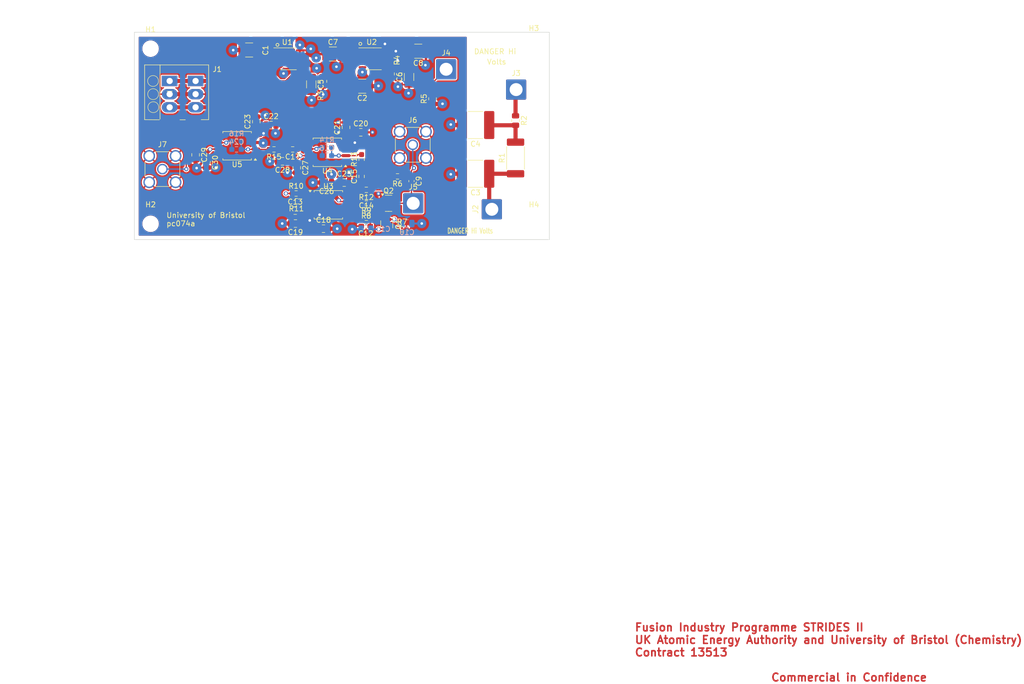
<source format=kicad_pcb>
(kicad_pcb (version 20240108) (generator "pcbnew") (generator_version "8.0")
  (title_block (title "Fusion Industry Programme STRIDES II, UoB & IAC, Cremat CSA") (rev "1"))
  (layers (0 "F.Cu" signal) (1 "In1.Cu" signal) (2 "In2.Cu" signal) (31 "B.Cu" signal) (34 "B.Paste" user) (35 "F.Paste" user) (36 "B.SilkS" user "B.Silkscreen") (37 "F.SilkS" user "F.Silkscreen") (38 "B.Mask" user) (39 "F.Mask" user) (44 "Edge.Cuts" user))
  (net 0 "")
  (net 1 "/+9V")
  (net 2 "GND")
  (net 3 "Net-(U1-SET)")
  (net 4 "/+6V")
  (net 5 "Net-(U2-SET)")
  (net 6 "/-6V")
  (net 7 "/-9V")
  (net 8 "Net-(U4--)")
  (net 12 "/qin")
  (net 13 "Net-(C12-Pad1)")
  (net 14 "/CSA Core/vmid")
  (net 15 "/CSA Core/vfb")
  (net 16 "Net-(C15-Pad2)")
  (net 17 "Net-(C16-Pad2)")
  (net 18 "Net-(C17-Pad2)")
  (net 19 "Net-(U5--)")
  (net 20 "/vout")
  (net 21 "/CSA Core/vfet")
  (net 22 "/CSA Core/mirror_base")
  (net 23 "/bias_in")
  (net 24 "/CSA Core/vbuf")
  (net 31 "Net-(J6-In)")
  (net 35 "Net-(J4-Pin_1)")
  (net 36 "/detector_bias")
  (net 37 "/bias_filt")
  (footprint "Capacitor_SMD:C_0805_2012Metric" (layer "F.Cu") (at 107.5 72.25 90)
    (property "Reference" "C23")
    (property "Value" "10uF")
  )
  (footprint "UoB Cremat Library:TerminalBlock_WAGO_233-503_1x03_P2.54mm_45Degree" (layer "F.Cu") (at 90.8 64.4 -90)
    (property "Reference" "J1")
    (property "Value" "Wago 233-503")
  )
  (footprint "Capacitor_SMD:C_1210_3225Metric" (layer "F.Cu") (at 122.275 59.2)
    (property "Reference" "C7")
    (property "Value" "10uF   C1210C106K3PACTU")
  )
  (footprint "Resistor_SMD:R_0805_2012Metric" (layer "F.Cu") (at 134.85 63.0375 90)
    (property "Reference" "R4")
    (property "Value" "60k")
  )
  (footprint "Capacitor_SMD:C_0805_2012Metric" (layer "F.Cu") (at 115 89.4)
    (property "Reference" "C13")
    (property "Value" "0.1uF")
  )
  (footprint "MountingHole:MountingHole_2.7mm_M2.5" (layer "F.Cu") (at 87.122 91.948)
    (property "Reference" "H2")
    (property "Value" "MountingHole")
  )
  (footprint "Package_SO:MSOP-12-1EP_3x4mm_P0.65mm_EP1.65x2.85mm" (layer "F.Cu") (at 130.1206 60.1206)
    (property "Reference" "U2")
    (property "Value" "LT3094EDD")
  )
  (footprint "Resistor_SMD:R_0603_1608Metric" (layer "F.Cu") (at 115.175 86.1)
    (property "Reference" "R10")
    (property "Value" "1k")
  )
  (footprint "Resistor_SMD:R_0603_1608Metric" (layer "F.Cu") (at 135.625 93)
    (property "Reference" "R7")
    (property "Value" "560")
  )
  (footprint "Resistor_SMD:R_0603_1608Metric_Pad0.98x0.95mm_HandSolder" (layer "F.Cu") (at 110.9125 77.6 180)
    (property "Reference" "R15")
    (property "Value" "510")
  )
  (footprint "Capacitor_SMD:C_0805_2012Metric" (layer "F.Cu") (at 112.55 79.9 180)
    (property "Reference" "C28")
    (property "Value" "10uF")
  )
  (footprint "Connector_Wire:SolderWire-2sqmm_1x01_D2mm_OD3.9mm" (layer "F.Cu") (at 152.908 89.154 90)
    (property "Reference" "J2")
    (property "Value" "Conn_01x01_Pin")
  )
  (footprint "Capacitor_SMD:C_0805_2012Metric" (layer "F.Cu") (at 127.65 74.3)
    (property "Reference" "C20")
    (property "Value" "0.1uF")
  )
  (footprint "Capacitor_SMD:C_1206_3216Metric" (layer "F.Cu") (at 136.95 63.625 90)
    (property "Reference" "C6")
    (property "Value" "4.7uF ")
  )
  (footprint "Capacitor_SMD:C_0603_1608Metric_Pad1.08x0.95mm_HandSolder" (layer "F.Cu") (at 137.414 83.7195 -90)
    (property "Reference" "C9")
    (property "Value" "1pF	")
  )
  (footprint "Resistor_SMD:R_0603_1608Metric_Pad0.98x0.95mm_HandSolder" (layer "F.Cu") (at 127.8 79.5125 90)
    (property "Reference" "R13")
    (property "Value" "510")
  )
  (footprint "Resistor_SMD:R_0805_2012Metric" (layer "F.Cu") (at 120.35 64.4625 -90)
    (property "Reference" "R3")
    (property "Value" "60k")
  )
  (footprint "Connector_Wire:SolderWire-2sqmm_1x01_D2mm_OD3.9mm" (layer "F.Cu") (at 144.1 62.14)
    (property "Reference" "J4")
    (property "Value" "Conn_01x01_Pin")
  )
  (footprint "Package_TO_SOT_SMD:SOT-363_SC-70-6" (layer "F.Cu") (at 132.65 92.05 -90)
    (property "Reference" "Q1")
    (property "Value" "MMDT3906")
  )
  (footprint "Capacitor_SMD:C_1206_3216Metric" (layer "F.Cu") (at 118.1 65.05 -90)
    (property "Reference" "C5")
    (property "Value" "0.47uF ")
  )
  (footprint "Resistor_SMD:R_0805_2012Metric_Pad1.20x1.40mm_HandSolder" (layer "F.Cu") (at 141.478 67.834 90)
    (property "Reference" "R5")
    (property "Value" "10k")
  )
  (footprint "Capacitor_SMD:C_2220_5750Metric_Pad1.97x5.40mm_HandSolder" (layer "F.Cu") (at 149.7625 72.898 180)
    (property "Reference" "C4")
    (property "Value" "0.01uF  C2220C103KHRACTU")
  )
  (footprint "Resistor_SMD:R_0603_1608Metric_Pad0.98x0.95mm_HandSolder" (layer "F.Cu") (at 134.7235 82.804 180)
    (property "Reference" "R6")
    (property "Value" "51R")
  )
  (footprint "Capacitor_SMD:C_0805_2012Metric" (layer "F.Cu") (at 95.8 78.65 -90)
    (property "Reference" "C29")
    (property "Value" "0.1uF")
  )
  (footprint "Capacitor_SMD:C_1210_3225Metric" (layer "F.Cu") (at 138.725 58.65 180)
    (property "Reference" "C8")
    (property "Value" "10uF   C1210C106K3PACTU")
  )
  (footprint "Resistor_SMD:R_0603_1608Metric_Pad0.98x0.95mm_HandSolder" (layer "F.Cu") (at 127.8 82.8125 90)
    (property "Reference" "C15")
    (property "Value" "1n")
  )
  (footprint "Package_SO:SOIC-8_5.275x5.275mm_P1.27mm" (layer "F.Cu") (at 121.2 78.165 180)
    (property "Reference" "U4")
    (property "Value" "OPA891")
  )
  (footprint "Package_SO:SOIC-8_5.275x5.275mm_P1.27mm" (layer "F.Cu") (at 103.8 76.905 180)
    (property "Reference" "U5")
    (property "Value" "OPA891")
  )
  (footprint "Connector_Wire:SolderWire-2sqmm_1x01_D2mm_OD3.9mm" (layer "F.Cu") (at 137.75 88)
    (property "Reference" "J5")
    (property "Value" "Conn_01x01_Pin")
  )
  (footprint "Capacitor_SMD:C_1210_3225Metric" (layer "F.Cu") (at 127.925 65.4 180)
    (property "Reference" "C2")
    (property "Value" "10uF   C1210C106K3PACTU")
  )
  (footprint "Capacitor_SMD:C_0805_2012Metric" (layer "F.Cu") (at 97.9 80.15 -90)
    (property "Reference" "C30")
    (property "Value" "10uF")
  )
  (footprint "Capacitor_SMD:C_2220_5750Metric_Pad1.97x5.40mm_HandSolder" (layer "F.Cu") (at 149.7625 82.296 180)
    (property "Reference" "C3")
    (property "Value" "0.01uF  C2220C103KHRACTU")
  )
  (footprint "MountingHole:MountingHole_2.7mm_M2.5" (layer "F.Cu") (at 161.0106 57.9374)
    (property "Reference" "H3")
    (property "Value" "MountingHole")
  )
  (footprint "Connector_Coaxial:SMA_Amphenol_901-144_Vertical" (layer "F.Cu") (at 137.668 76.708)
    (property "Reference" "J6")
    (property "Value" "SMA")
  )
  (footprint "Resistor_SMD:R_0603_1608Metric" (layer "F.Cu") (at 115.225 87.6 180)
    (property "Reference" "R11")
    (property "Value" "1k")
  )
  (footprint "Capacitor_SMD:C_0805_2012Metric" (layer "F.Cu") (at 115.05 91.9 180)
    (property "Reference" "C19")
    (property "Value" "10uF")
  )
  (footprint "Connector_Wire:SolderWire-2sqmm_1x01_D2mm_OD3.9mm" (layer "F.Cu") (at 157.59 66.06)
    (property "Reference" "J3")
    (property "Value" "Conn_01x01_Pin")
  )
  (footprint "Capacitor_SMD:C_0603_1608Metric_Pad1.08x0.95mm_HandSolder" (layer "F.Cu") (at 128.6 92.4 180)
    (property "Reference" "C12")
    (property "Value" "1nF")
  )
  (footprint "Resistor_SMD:R_0805_2012Metric" (layer "F.Cu") (at 157.48 72.0325 -90)
    (property "Reference" "R2")
    (property "Value" "10M  RCV080510M0FKEA")
  )
  (footprint "Resistor_SMD:R_0603_1608Metric_Pad0.98x0.95mm_HandSolder" (layer "F.Cu") (at 114.5125 77.6 180)
    (property "Reference" "C17")
    (property "Value" "1n")
  )
  (footprint "Capacitor_SMD:C_0805_2012Metric" (layer "F.Cu") (at 124.45 84)
    (property "Reference" "C25")
    (property "Value" "0.1uF")
  )
  (footprint "Capacitor_SMD:C_0805_2012Metric" (layer "F.Cu") (at 110.35 72.9)
    (property "Reference" "C22")
    (property "Value" "0.1uF")
  )
  (footprint "Package_SO:SOIC-8_5.275x5.275mm_P1.27mm" (layer "F.Cu") (at 121.4 88.295)
    (property "Reference" "U3")
    (property "Value" "OPA891")
  )
  (footprint "Package_SO:MSOP-12-1EP_3x4mm_P0.65mm_EP1.65x2.85mm" (layer "F.Cu") (at 113.7376 60.1206)
    (property "Reference" "U1")
    (property "Value" "LT3045EDD")
  )
  (footprint "Resistor_SMD:R_0603_1608Metric_Pad0.98x0.95mm_HandSolder" (layer "F.Cu") (at 128.7125 85.4 180)
    (property "Reference" "R12")
    (property "Value" "2.2M")
  )
  (footprint "Resistor_SMD:R_2512_6332Metric_Pad1.40x3.35mm_HandSolder" (layer "F.Cu") (at 157.48 79.25 90)
    (property "Reference" "R1")
    (property "Value" "200M   CRHA2510AF200MFKEF")
  )
  (footprint "Capacitor_SMD:C_0805_2012Metric" (layer "F.Cu") (at 120.45 92.9)
    (property "Reference" "C18")
    (property "Value" "0.1uF")
  )
  (footprint "Resistor_SMD:R_0603_1608Metric_Pad0.98x0.95mm_HandSolder" (layer "F.Cu") (at 128.6875 89 180)
    (property "Reference" "R8")
    (property "Value" "100")
  )
  (footprint "MountingHole:MountingHole_2.7mm_M2.5" (layer "F.Cu") (at 161.036 91.948)
    (property "Reference" "H4")
    (property "Value" "MountingHole")
  )
  (footprint "MountingHole:MountingHole_2.7mm_M2.5" (layer "F.Cu") (at 87.122 58.166)
    (property "Reference" "H1")
    (property "Value" "MountingHole")
  )
  (footprint "Capacitor_SMD:C_0805_2012Metric" (layer "F.Cu") (at 121.05 84 180)
    (property "Reference" "C26")
    (property "Value" "10uF")
  )
  (footprint "Package_TO_SOT_SMD:SOT-23" (layer "F.Cu") (at 133 88)
    (property "Reference" "Q2")
    (property "Value" "2SK932")
  )
  (footprint "Connector_Coaxial:SMA_Amphenol_901-144_Vertical" (layer "F.Cu") (at 89.4 81.4)
    (property "Reference" "J7")
    (property "Value" "SMA")
  )
  (footprint "Capacitor_SMD:C_0805_2012Metric" (layer "F.Cu") (at 124.8 73.35 90)
    (property "Reference" "C21")
    (property "Value" "10uF")
  )
  (footprint "Capacitor_SMD:C_1210_3225Metric" (layer "F.Cu") (at 106.123 58.42 180)
    (property "Reference" "C1")
    (property "Value" "10uF   C1210C106K3PACTU")
  )
  (footprint "Resistor_SMD:R_0603_1608Metric_Pad0.98x0.95mm_HandSolder" (layer "F.Cu") (at 128.7125 87 180)
    (property "Reference" "C14")
    (property "Value" "10p")
  )
  (footprint "Resistor_SMD:R_0603_1608Metric_Pad0.98x0.95mm_HandSolder" (layer "F.Cu") (at 128.7125 90.8)
    (property "Reference" "R9")
    (property "Value" "100")
  )
  (footprint "Capacitor_SMD:C_0805_2012Metric" (layer "F.Cu") (at 115.3 81.15 -90)
    (property "Reference" "C27")
    (property "Value" "0.1uF")
  )
  (footprint "Resistor_SMD:R_0603_1608Metric_Pad0.98x0.95mm_HandSolder" (layer "B.Cu") (at 121.1125 78.8 180)
    (property "Reference" "C16")
    (property "Value" "50p")
  )
  (footprint "Resistor_SMD:R_0603_1608Metric_Pad0.98x0.95mm_HandSolder" (layer "B.Cu") (at 121.1125 77.2 180)
    (property "Reference" "R14")
    (property "Value" "10k")
  )
  (footprint "Resistor_SMD:R_0603_1608Metric_Pad0.98x0.95mm_HandSolder" (layer "B.Cu") (at 103.6875 76 180)
    (property "Reference" "R16")
    (property "Value" "10k")
  )
  (footprint "Capacitor_SMD:C_0805_2012Metric" (layer "B.Cu") (at 136.55 91.9)
    (property "Reference" "C10")
    (property "Value" "0.1uF")
  )
  (footprint "Capacitor_SMD:C_0805_2012Metric" (layer "B.Cu") (at 128.65 93 180)
    (property "Reference" "C11")
    (property "Value" "10uF")
  )
  (footprint "Resistor_SMD:R_0603_1608Metric_Pad0.98x0.95mm_HandSolder" (layer "B.Cu") (at 103.6875 77.6 180)
    (property "Reference" "C24")
    (property "Value" "50p")
  )
  (gr_circle (center 127.5588 57.2262) (end 127.8382 57.2262) (stroke (width 0.15)) (fill none) (layer "F.SilkS"))
  (gr_circle (center 111.5822 57.4294) (end 111.8616 57.4294) (stroke (width 0.15)) (fill none) (layer "F.SilkS"))
  (gr_rect (start 84 55) (end 164 95) (stroke (width 0.1)) (fill none) (layer "Edge.Cuts"))
  (gr_text "Fusion Industry Programme STRIDES II\nUK Atomic Energy Authority and University of Bristol (Chemistry)\nContract 13513\n\n                       Commercial in Confidence" (at 180.34 180.34 0) (layer "F.Cu") (effects (font (size 1.5 1.5) (thickness 0.3) (bold yes)) (justify left bottom)))
  (gr_text "DANGER Hi Volts" (at 144.2466 93.9038 0) (layer "F.SilkS") (effects (font (size 1 0.7)) (justify left bottom)))
  (gr_text "University of Bristol\npc074a" (at 90.1 92.5 0) (layer "F.SilkS") (effects (font (size 1 1)) (justify left bottom)))
  (gr_text "DANGER Hi" (at 149.4 59.3 0) (layer "F.SilkS") (effects (font (size 1 1)) (justify left bottom)))
  (gr_text "Volts" (at 151.9 61.3 0) (layer "F.SilkS") (effects (font (size 1 1)) (justify left bottom)))
  (segment (start 108.8684 59.7956) (end 107.5436 58.4708) (width 0.4) (layer "F.Cu") (net 1))
  (segment (start 111.5628 58.4708) (end 111.5876 58.4956) (width 0.4) (layer "F.Cu") (net 1))
  (segment (start 108.2184 59.1456) (end 107.5436 58.4708) (width 0.4) (layer "F.Cu") (net 1))
  (segment (start 109.5184 60.4456) (end 109.855 60.7822) (width 0.4) (layer "F.Cu") (net 1))
  (segment (start 109.855 62.3316) (end 110.0328 62.5094) (width 0.4) (layer "F.Cu") (net 1))
  (segment (start 110.0328 62.5094) (end 111.9734 64.45) (width 0.4) (layer "F.Cu") (net 1))
  (segment (start 110.0328 60.96) (end 107.5436 58.4708) (width 0.8) (layer "F.Cu") (net 1))
  (segment (start 109.855 60.7822) (end 109.855 62.3316) (width 0.4) (layer "F.Cu") (net 1))
  (segment (start 95.8 64.4) (end 108.1422 64.4) (width 0.8) (layer "F.Cu") (net 1))
  (segment (start 109.5184 60.4456) (end 108.8684 59.7956) (width 0.4) (layer "F.Cu") (net 1))
  (segment (start 110.0328 62.5094) (end 110.0328 60.96) (width 0.8) (layer "F.Cu") (net 1))
  (segment (start 111.9734 64.45) (end 113.1832 64.45) (width 0.4) (layer "F.Cu") (net 1))
  (segment (start 90.8 64.4) (end 95.8 64.4) (width 0.8) (layer "F.Cu") (net 1))
  (segment (start 108.1422 64.4) (end 110.0328 62.5094) (width 0.8) (layer "F.Cu") (net 1))
  (segment (start 113.1832 64.45) (end 115.8876 61.7456) (width 0.4) (layer "F.Cu") (net 1))
  (segment (start 140.2 61.25) (end 140.1 61.35) (width 0.4) (layer "F.Cu") (net 2))
  (segment (start 141.478 68.834) (end 143.366 68.834) (width 0.8) (layer "F.Cu") (net 2))
  (segment (start 121.4 92.9) (end 123.1 92.9) (width 0.8) (layer "F.Cu") (net 2))
  (segment (start 134.85 65.45) (end 134.8 65.5) (width 0.4) (layer "F.Cu") (net 2))
  (segment (start 130.1206 62.0486) (end 130.683 62.611) (width 0.4) (layer "F.Cu") (net 2))
  (segment (start 140.2 58.65) (end 140.2 61.25) (width 0.4) (layer "F.Cu") (net 2))
  (segment (start 108.9 71.3) (end 109.2 71) (width 0.4) (layer "F.Cu") (net 2))
  (segment (start 145.098 72.898) (end 145 72.8) (width 0.8) (layer "F.Cu") (net 2))
  (segment (start 131 65.4) (end 131.05 65.35) (width 0.8) (layer "F.Cu") (net 2))
  (segment (start 95.8 66.94) (end 90.8 66.94) (width 0.8) (layer "F.Cu") (net 2))
  (segment (start 107.5 71.3) (end 108.9 71.3) (width 0.4) (layer "F.Cu") (net 2))
  (segment (start 115.3 82.1) (end 113.5 82.1) (width 0.4) (layer "F.Cu") (net 2))
  (segment (start 112.298996 61.7456) (end 113.7376 60.306996) (width 0.3) (layer "F.Cu") (net 2))
  (segment (start 131.95 87.05) (end 131.05 86.15) (width 0.4) (layer "F.Cu") (net 2))
  (segment (start 127.9706 62.6644) (end 127.95 62.685) (width 0.4) (layer "F.Cu") (net 2))
  (segment (start 111.5876 61.7456) (end 111.5876 61.7876) (width 0.4) (layer "F.Cu") (net 2))
  (segment (start 132.0625 87.05) (end 131.95 87.05) (width 0.4) (layer "F.Cu") (net 2))
  (segment (start 128.6 74.3) (end 129.9 74.3) (width 0.4) (layer "F.Cu") (net 2))
  (segment (start 132.2706 60.4456) (end 130.4456 60.4456) (width 0.3) (layer "F.Cu") (net 2))
  (segment (start 124.8 72.4) (end 123.3 72.4) (width 0.4) (layer "F.Cu") (net 2))
  (segment (start 120.35 65.375) (end 120.35 66.95) (width 0.4) (layer "F.Cu") (net 2))
  (segment (start 104.648 58.42) (end 103.08 58.42) (width 0.8) (layer "F.Cu") (net 2))
  (segment (start 95.8 79.6) (end 95.8 81) (width 0.8) (layer "F.Cu") (net 2))
  (segment (start 130.1206 60.1206) (end 130.1206 62.0486) (width 0.4) (layer "F.Cu") (net 2))
  (segment (start 113.7376 60.377707) (end 113.7376 60.1206) (width 0.4) (layer "F.Cu") (net 2))
  (segment (start 117.630593 60.4456) (end 119.133261 61.948268) (width 0.4) (layer "F.Cu") (net 2))
  (segment (start 147.125 72.898) (end 145.098 72.898) (width 0.8) (layer "F.Cu") (net 2))
  (segment (start 115.8876 60.4456) (end 117.630593 60.4456) (width 0.4) (layer "F.Cu") (net 2))
  (segment (start 118.1 66.525) (end 118.1 68.05) (width 0.4) (layer "F.Cu") (net 2))
  (segment (start 127.9706 61.7456) (end 127.9706 62.6644) (width 0.4) (layer "F.Cu") (net 2))
  (segment (start 114.0626 60.4456) (end 113.7376 60.1206) (width 0.3) (layer "F.Cu") (net 2))
  (segment (start 125.4 84) (end 125.4 82.1) (width 0.8) (layer "F.Cu") (net 2))
  (segment (start 111.6 79.9) (end 110.1 79.9) (width 0.4) (layer "F.Cu") (net 2))
  (segment (start 111.3 72.9) (end 111.3 74.4) (width 0.4) (layer "F.Cu") (net 2))
  (segment (start 113.7376 60.306996) (end 113.7376 60.1206) (width 0.3) (layer "F.Cu") (net 2))
  (segment (start 136.95 66.65) (end 136.85 66.75) (width 0.4) (layer "F.Cu") (net 2))
  (segment (start 111.5876 61.7456) (end 112.298996 61.7456) (width 0.3) (layer "F.Cu") (net 2))
  (segment (start 103.08 58.42) (end 103.05 58.45) (width 0.8) (layer "F.Cu") (net 2))
  (segment (start 115.8876 60.4456) (end 114.0626 60.4456) (width 0.3) (layer "F.Cu") (net 2))
  (segment (start 130.4456 60.4456) (end 130.1206 60.1206) (width 0.3) (layer "F.Cu") (net 2))
  (segment (start 134.85 63.95) (end 134.85 65.45) (width 0.4) (layer "F.Cu") (net 2))
  (segment (start 136.95 65.1) (end 136.95 66.65) (width 0.4) (layer "F.Cu") (net 2))
  (segment (start 107.4 76.27) (end 108.733651 76.27) (width 0.4) (layer "F.Cu") (net 2))
  (segment (start 120.35 66.95) (end 120.4 67) (width 0.4) (layer "F.Cu") (net 2))
  (segment (start 111.3 74.4) (end 111.2 74.5) (width 0.4) (layer "F.Cu") (net 2))
  (segment (start 123.75 60.85) (end 122.95 61.65) (width 0.4) (layer "F.Cu") (net 2))
  (segment (start 143.366 68.834) (end 143.4 68.8) (width 0.8) (layer "F.Cu") (net 2))
  (segment (start 114.1 91.9) (end 112.5 91.9) (width 0.8) (layer "F.Cu") (net 2))
  (segment (start 120.1 84) (end 118.4 84) (width 0.8) (layer "F.Cu") (net 2))
  (segment (start 118.1 68.05) (end 118.15 68.1) (width 0.4) (layer "F.Cu") (net 2))
  (segment (start 147.125 82.296) (end 145.104 82.296) (width 0.8) (layer "F.Cu") (net 2))
  (segment (start 95.8 81) (end 96 81.2) (width 0.8) (layer "F.Cu") (net 2))
  (segment (start 145.104 82.296) (end 145 82.4) (width 0.8) (layer "F.Cu") (net 2))
  (segment (start 123.75 59.2) (end 123.75 60.85) (width 0.4) (layer "F.Cu") (net 2))
  (segment (start 108.733651 76.27) (end 108.838651 76.375) (width 0.4) (layer "F.Cu") (net 2))
  (segment (start 111.5876 61.7876) (end 112.75 62.95) (width 0.4) (layer "F.Cu") (net 2))
  (segment (start 97.9 81.1) (end 99.7 81.1) (width 0.8) (layer "F.Cu") (net 2))
  (segment (start 129.4 65.4) (end 131 65.4) (width 0.8) (layer "F.Cu") (net 2))
  (via (at 108.838651 76.375) (size 1.8) (drill 0.5) (layers "F.Cu" "B.Cu") (net 2))
  (via (at 140.1 61.35) (size 1.8) (drill 0.5) (layers "F.Cu" "B.Cu") (net 2))
  (via (at 145 72.8) (size 1.8) (drill 0.5) (layers "F.Cu" "B.Cu") (net 2))
  (via (at 134.8 65.5) (size 1.8) (drill 0.5) (layers "F.Cu" "B.Cu") (net 2))
  (via (at 131.05 86.15) (size 0.8) (drill 0.4) (layers "F.Cu" "B.Cu") (net 2))
  (via (at 113.5 82.1) (size 1.8) (drill 0.5) (layers "F.Cu" "B.Cu") (net 2))
  (via (at 112.5 91.9) (size 1.8) (drill 0.5) (layers "F.Cu" "B.Cu") (net 2))
  (via (at 112.75 62.95) (size 1.8) (drill 0.5) (layers "F.Cu" "B.Cu") (net 2))
  (via (at 120.4 67) (size 1.8) (drill 0.5) (layers "F.Cu" "B.Cu") (net 2))
  (via (at 123.3 72.4) (size 0.8) (drill 0.4) (layers "F.Cu" "B.Cu") (net 2))
  (via (at 123.1 92.9) (size 1.8) (drill 0.5) (layers "F.Cu" "B.Cu") (net 2))
  (via (at 99.7 81.1) (size 1.8) (drill 0.5) (layers "F.Cu" "B.Cu") (net 2))
  (via (at 110.1 79.9) (size 1.8) (drill 0.5) (layers "F.Cu" "B.Cu") (net 2))
  (via (at 136.85 66.75) (size 1.8) (drill 0.5) (layers "F.Cu" "B.Cu") (net 2))
  (via (at 118.15 68.1) (size 1.8) (drill 0.5) (layers "F.Cu" "B.Cu") (net 2))
  (via (at 143.4 68.8) (size 1.8) (drill 0.5) (layers "F.Cu" "B.Cu") (net 2))
  (via (at 126 93) (size 1.8) (drill 0.5) (layers "F.Cu" "B.Cu") (net 2))
  (via (at 145 82.4) (size 1.8) (drill 0.5) (layers "F.Cu" "B.Cu") (net 2))
  (via (at 125.4 82.1) (size 1.8) (drill 0.5) (layers "F.Cu" "B.Cu") (net 2))
  (via (at 131.05 65.35) (size 1.8) (drill 0.5) (layers "F.Cu" "B.Cu") (net 2))
  (via (at 111.2 74.5) (size 1.8) (drill 0.5) (layers "F.Cu" "B.Cu") (net 2))
  (via (at 118.4 84) (size 1.8) (drill 0.5) (layers "F.Cu" "B.Cu") (net 2))
  (via (at 103.05 58.45) (size 1.8) (drill 0.5) (layers "F.Cu" "B.Cu") (net 2))
  (via (at 129.9 74.3) (size 0.8) (drill 0.4) (layers "F.Cu" "B.Cu") (net 2))
  (via (at 127.95 62.685) (size 1.8) (drill 0.5) (layers "F.Cu" "B.Cu") (net 2))
  (via (at 122.95 61.65) (size 1.8) (drill 0.5) (layers "F.Cu" "B.Cu") (net 2))
  (via (at 139.4 91.9) (size 1.8) (drill 0.5) (layers "F.Cu" "B.Cu") (net 2))
  (via (at 119.133261 61.948268) (size 1.8) (drill 0.5) (layers "F.Cu" "B.Cu") (net 2))
  (via (at 109.2 71) (size 1.8) (drill 0.5) (layers "F.Cu" "B.Cu") (net 2))
  (via (at 96 81.2) (size 1.8) (drill 0.5) (layers "F.Cu" "B.Cu") (net 2))
  (segment (start 137.5 91.9) (end 139.4 91.9) (width 0.4) (layer "B.Cu") (net 2))
  (segment (start 127.7 93) (end 126 93) (width 0.4) (layer "B.Cu") (net 2))
  (segment (start 117.525 61.948122) (end 117.525 63) (width 0.4) (layer "F.Cu") (net 3))
  (segment (start 120.325 63.575) (end 120.35 63.55) (width 0.4) (layer "F.Cu") (net 3))
  (segment (start 117.525 63) (end 118.1 63.575) (width 0.4) (layer "F.Cu") (net 3))
  (segment (start 116.672478 61.0956) (end 117.525 61.948122) (width 0.4) (layer "F.Cu") (net 3))
  (segment (start 118.1 63.575) (end 120.325 63.575) (width 0.4) (layer "F.Cu") (net 3))
  (segment (start 115.8876 61.0956) (end 116.672478 61.0956) (width 0.4) (layer "F.Cu") (net 3))
  (segment (start 123.5 84) (end 122 84) (width 0.8) (layer "F.Cu") (net 4))
  (segment (start 122.9 85.9) (end 122.9 86.9174) (width 0.8) (layer "F.Cu") (net 4))
  (segment (start 97.3 77.7) (end 97.9 78.3) (width 0.8) (layer "F.Cu") (net 4))
  (segment (start 122 84) (end 122 82.4) (width 0.8) (layer "F.Cu") (net 4))
  (segment (start 115.8876 57.4624) (end 115.9 57.45) (width 0.4) (layer "F.Cu") (net 4))
  (segment (start 132 93) (end 131.1 93) (width 0.3) (layer "F.Cu") (net 4))
  (segment (start 115 79.9) (end 115.3 80.2) (width 0.4) (layer "F.Cu") (net 4))
  (segment (start 98.66 77.54) (end 98.6 77.6) (width 0.3) (layer "F.Cu") (net 4))
  (segment (start 119.05 59.95) (end 118.8956 59.7956) (width 0.4) (layer "F.Cu") (net 4))
  (segment (start 117.6 78.8) (end 116 78.8) (width 0.3) (layer "F.Cu") (net 4))
  (segment (start 115.3 79.5) (end 116 78.8) (width 0.4) (layer "F.Cu") (net 4))
  (segment (start 95.8 77.7) (end 97.3 77.7) (width 0.8) (layer "F.Cu") (net 4))
  (segment (start 100.2 77.54) (end 98.66 77.54) (width 0.3) (layer "F.Cu") (net 4))
  (segment (start 123.5 84) (end 123.5 85.3) (width 0.8) (layer "F.Cu") (net 4))
  (segment (start 114.35 86.1) (end 113.2 86.1) (width 0.3) (layer "F.Cu") (net 4))
  (segment (start 123.6426 87.66) (end 123.4 87.4174) (width 0.3) (layer "F.Cu") (net 4))
  (segment (start 122.9 86.9174) (end 123.4 87.4174) (width 0.8) (layer "F.Cu") (net 4))
  (segment (start 115.3 80.2) (end 115.3 79.5) (width 0.4) (layer "F.Cu") (net 4))
  (segment (start 97.9 78.3) (end 98.6 77.6) (width 0.8) (layer "F.Cu") (net 4))
  (segment (start 97.9 79.2) (end 97.9 78.3) (width 0.8) (layer "F.Cu") (net 4))
  (segment (start 125 87.66) (end 123.6426 87.66) (width 0.3) (layer "F.Cu") (net 4))
  (segment (start 133.3 91.1) (end 134.1 91.1) (width 0.3) (layer "F.Cu") (net 4))
  (segment (start 115.8876 58.4956) (end 115.8876 57.4624) (width 0.4) (layer "F.Cu") (net 4))
  (segment (start 113.5 79.9) (end 115 79.9) (width 0.4) (layer "F.Cu") (net 4))
  (segment (start 123.5 85.3) (end 122.9 85.9) (width 0.8) (layer "F.Cu") (net 4))
  (via (at 116 78.8) (size 0.8) (drill 0.5) (layers "F.Cu" "B.Cu") (net 4))
  (via (at 118 58.2) (size 1.8) (drill 0.5) (layers "F.Cu" "B.Cu") (net 4))
  (via (at 131.1 93) (size 0.8) (drill 0.5) (layers "F.Cu" "B.Cu") (net 4))
  (via (at 115.9 57.45) (size 1.8) (drill 0.5) (layers "F.Cu" "B.Cu") (net 4))
  (via (at 113.2 86.1) (size 0.8) (drill 0.5) (layers "F.Cu" "B.Cu") (net 4))
  (via (at 134.1 91.1) (size 0.8) (drill 0.5) (layers "F.Cu" "B.Cu") (net 4))
  (via (at 119.05 59.95) (size 1.8) (drill 0.5) (layers "F.Cu" "B.Cu") (net 4))
  (via (at 98.6 77.6) (size 0.8) (drill 0.5) (layers "F.Cu" "B.Cu") (net 4))
  (via (at 123.4 87.4174) (size 0.8) (drill 0.5) (layers "F.Cu" "B.Cu") (net 4))
  (via (at 122 82.4) (size 1.8) (drill 0.5) (layers "F.Cu" "B.Cu") (net 4))
  (segment (start 129.6 93) (end 131.1 93) (width 0.3) (layer "B.Cu") (net 4))
  (segment (start 134.9 91.9) (end 134.1 91.1) (width 0.3) (layer "B.Cu") (net 4))
  (segment (start 135.6 91.9) (end 134.9 91.9) (width 0.3) (layer "B.Cu") (net 4))
  (segment (start 133.607122 61.0956) (end 134.636522 62.125) (width 0.4) (layer "F.Cu") (net 5))
  (segment (start 136.925 62.125) (end 136.95 62.15) (width 0.4) (layer "F.Cu") (net 5))
  (segment (start 134.85 62.125) (end 136.925 62.125) (width 0.4) (layer "F.Cu") (net 5))
  (segment (start 132.2706 61.0956) (end 133.607122 61.0956) (width 0.4) (layer "F.Cu") (net 5))
  (segment (start 134.636522 62.125) (end 134.85 62.125) (width 0.4) (layer "F.Cu") (net 5))
  (segment (start 134.4 60.4) (end 134.75 60.4) (width 0.4) (layer "F.Cu") (net 6))
  (segment (start 137.25 58.65) (end 134.4 58.65) (width 0.4) (layer "F.Cu") (net 6))
  (segment (start 126.7 76.1) (end 126.5 76.3) (width 0.4) (layer "F.Cu") (net 6))
  (segment (start 119.5 92.9) (end 119.4 92.9) (width 0.8) (layer "F.Cu") (net 6))
  (segment (start 107.4 73.3) (end 107.5 73.2) (width 0.4) (layer "F.Cu") (net 6))
  (segment (start 124.8 76.26) (end 126.46 76.26) (width 0.3) (layer "F.Cu") (net 6))
  (segment (start 107.4 75) (end 107.4 73.3) (width 0.4) (layer "F.Cu") (net 6))
  (segment (start 109.4 74) (end 108.9 74.5) (width 0.4) (layer "F.Cu") (net 6))
  (segment (start 132.2706 57.2794) (end 132.3 57.25) (width 0.4) (layer "F.Cu") (net 6))
  (segment (start 117.8 90.2) (end 117.8 91.3) (width 0.3) (layer "F.Cu") (net 6))
  (segment (start 117.2 91.9) (end 117.8 91.3) (width 0.8) (layer "F.Cu") (net 6))
  (segment (start 107.8 72.9) (end 107.5 73.2) (width 0.4) (layer "F.Cu") (net 6))
  (segment (start 126.46 76.26) (end 126.5 76.3) (width 0.3) (layer "F.Cu") (net 6))
  (segment (start 107.4 75) (end 108.4 75) (width 0.4) (layer "F.Cu") (net 6))
  (segment (start 126.7 74.3) (end 126.7 76.1) (width 0.4) (layer "F.Cu") (net 6))
  (segment (start 109.4 72.9) (end 107.8 72.9) (width 0.4) (layer "F.Cu") (net 6))
  (segment (start 109.4 72.9) (end 109.4 74) (width 0.4) (layer "F.Cu") (net 6))
  (segment (start 126.7 74.3) (end 124.8 74.3) (width 0.4) (layer "F.Cu") (net 6))
  (segment (start 124.8 74.3) (end 123.3 74.3) (width 0.4) (layer "F.Cu") (net 6))
  (segment (start 108.4 75) (end 108.9 74.5) (width 0.4) (layer "F.Cu") (net 6))
  (segment (start 124.8 76.26) (end 124.8 74.3) (width 0.4) (layer "F.Cu") (net 6))
  (segment (start 119.4 92.9) (end 117.8 91.3) (width 0.8) (layer "F.Cu") (net 6))
  (segment (start 133.9044 59.1456) (end 134.4 58.65) (width 0.4) (layer "F.Cu") (net 6))
  (segment (start 117.8 90.2) (end 119.7 90.2) (width 0.8) (layer "F.Cu") (net 6))
  (segment (start 116 91.9) (end 117.2 91.9) (width 0.8) (layer "F.Cu") (net 6))
  (via (at 132.3 57.25) (size 1.8) (drill 0.5) (layers "F.Cu" "B.Cu") (net 6))
  (via (at 126.5 76.3) (size 0.8) (drill 0.5) (layers "F.Cu" "B.Cu") (net 6))
  (via (at 123.3 74.3) (size 0.8) (drill 0.4) (layers "F.Cu" "B.Cu") (net 6))
  (via (at 134.75 60.4) (size 1.8) (drill 0.5) (layers "F.Cu" "B.Cu") (net 6))
  (via (at 134.4 58.65) (size 1.8) (drill 0.5) (layers "F.Cu" "B.Cu") (net 6))
  (via (at 108.9 74.5) (size 0.8) (drill 0.5) (layers "F.Cu" "B.Cu") (net 6))
  (via (at 117.8 91.3) (size 0.8) (drill 0.5) (layers "F.Cu" "B.Cu") (net 6))
  (via (at 119.7 90.2) (size 1.8) (drill 0.5) (layers "F.Cu" "B.Cu") (net 6))
  (segment (start 126.25 63.15) (end 126.2 63.1) (width 0.8) (layer "F.Cu") (net 7))
  (segment (start 126.45 65.4) (end 121.85 70) (width 0.8) (layer "F.Cu") (net 7))
  (segment (start 126.25 63.6) (end 126.25 63.15) (width 0.8) (layer "F.Cu") (net 7))
  (segment (start 127.9666 59.7916) (end 127.9706 59.7956) (width 0.4) (layer "F.Cu") (net 7))
  (segment (start 127 61.0956) (end 126.5006 61.0956) (width 0.4) (layer "F.Cu") (net 7))
  (segment (start 126.45 65.4) (end 126.45 63.8) (width 0.8) (layer "F.Cu") (net 7))
  (segment (start 126.5006 61.0956) (end 126.492 61.087) (width 0.4) (layer "F.Cu") (net 7))
  (segment (start 127.9706 59.7956) (end 126.7674 59.7956) (width 0.4) (layer "F.Cu") (net 7))
  (segment (start 115.2 70) (end 113.35 68.15) (width 0.8) (layer "F.Cu") (net 7))
  (segment (start 126.7674 59.7956) (end 126.746 59.817) (width 0.4) (layer "F.Cu") (net 7))
  (segment (start 98.75 69.3) (end 98.3 69.3) (width 0.8) (layer "F.Cu") (net 7))
  (segment (start 113.35 68.15) (end 99.9 68.15) (width 0.8) (layer "F.Cu") (net 7))
  (segment (start 98.12 69.48) (end 95.8 69.48) (width 0.8) (layer "F.Cu") (net 7))
  (segment (start 126.45 63.8) (end 126.25 63.6) (width 0.8) (layer "F.Cu") (net 7))
  (segment (start 99.9 68.15) (end 98.75 69.3) (width 0.8) (layer "F.Cu") (net 7))
  (segment (start 127.9706 61.0956) (end 127 61.0956) (width 0.4) (layer "F.Cu") (net 7))
  (segment (start 95.8 69.48) (end 90.8 69.48) (width 0.8) (layer "F.Cu") (net 7))
  (segment (start 121.85 70) (end 115.2 70) (width 0.8) (layer "F.Cu") (net 7))
  (segment (start 98.3 69.3) (end 98.12 69.48) (width 0.8) (layer "F.Cu") (net 7))
  (segment (start 123.4 78.8) (end 124.8 78.8) (width 0.25) (layer "F.Cu") (net 8))
  (segment (start 124.8 78.8) (end 126.9 78.8) (width 0.25) (layer "F.Cu") (net 8))
  (segment (start 127.1 78.6) (end 127.8 78.6) (width 0.25) (layer "F.Cu") (net 8))
  (segment (start 126.9 78.8) (end 127.1 78.6) (width 0.25) (layer "F.Cu") (net 8))
  (via (at 123.4 78.8) (size 0.8) (drill 0.4) (layers "F.Cu" "B.Cu") (net 8))
  (segment (start 122.025 77.2) (end 122.025 78.8) (width 0.25) (layer "B.Cu") (net 8))
  (segment (start 122.025 78.8) (end 123.4 78.8) (width 0.25) (layer "B.Cu") (net 8))
  (segment (start 129.625 85.4) (end 132.9 85.4) (width 0.25) (layer "F.Cu") (net 12))
  (segment (start 137.414 84.582) (end 137.414 87.664) (width 0.25) (layer "F.Cu") (net 12))
  (segment (start 132.9 85.4) (end 133.9375 86.4375) (width 0.25) (layer "F.Cu") (net 12))
  (segment (start 137.414 87.664) (end 137.75 88) (width 0.25) (layer "F.Cu") (net 12))
  (segment (start 129.625 85.4) (end 129.625 87) (width 0.25) (layer "F.Cu") (net 12))
  (segment (start 133.9375 88) (end 137.75 88) (width 0.25) (layer "F.Cu") (net 12))
  (segment (start 133.9375 86.4375) (end 133.9375 88) (width 0.25) (layer "F.Cu") (net 12))
  (segment (start 129.4625 90.9625) (end 129.625 90.8) (width 0.25) (layer "F.Cu") (net 13))
  (segment (start 129.4625 92.4) (end 129.4625 90.9625) (width 0.25) (layer "F.Cu") (net 13))
  (segment (start 115.95 89.4) (end 115.95 87.7) (width 0.25) (layer "F.Cu") (net 14))
  (segment (start 117.8 87.66) (end 116.11 87.66) (width 0.25) (layer "F.Cu") (net 14))
  (segment (start 116 87.55) (end 116.05 87.6) (width 0.25) (layer "F.Cu") (net 14))
  (segment (start 116.11 87.66) (end 116.05 87.6) (width 0.25) (layer "F.Cu") (net 14))
  (segment (start 116 86.1) (end 116 87.55) (width 0.25) (layer "F.Cu") (net 14))
  (segment (start 115.95 87.7) (end 116.05 87.6) (width 0.25) (layer "F.Cu") (net 14))
  (segment (start 125.97 88.93) (end 125 88.93) (width 0.25) (layer "F.Cu") (net 15))
  (segment (start 127.8 85.4) (end 127.8 83.725) (width 0.25) (layer "F.Cu") (net 15))
  (segment (start 126.7 88.2) (end 125.97 88.93) (width 0.25) (layer "F.Cu") (net 15))
  (segment (start 126.7 88.1) (end 126.7 88.2) (width 0.25) (layer "F.Cu") (net 15))
  (segment (start 127.8 87) (end 126.7 88.1) (width 0.25) (layer "F.Cu") (net 15))
  (segment (start 127.8 87) (end 127.8 85.4) (width 0.25) (layer "F.Cu") (net 15))
  (segment (start 127.8 81.9) (end 127.8 80.425) (width 0.25) (layer "F.Cu") (net 16))
  (segment (start 117.63 77.5) (end 117.6 77.53) (width 0.25) (layer "F.Cu") (net 17))
  (segment (start 119.1 77.5) (end 117.63 77.5) (width 0.25) (layer "F.Cu") (net 17))
  (segment (start 117.6 77.53) (end 115.495 77.53) (width 0.25) (layer "F.Cu") (net 17))
  (segment (start 115.495 77.53) (end 115.425 77.6) (width 0.25) (layer "F.Cu") (net 17))
  (via (at 119.1 77.5) (size 0.8) (drill 0.4) (layers "F.Cu" "B.Cu") (net 17))
  (segment (start 120.2 77.2) (end 119.4 77.2) (width 0.25) (layer "B.Cu") (net 17))
  (segment (start 119.4 77.2) (end 119.1 77.5) (width 0.25) (layer "B.Cu") (net 17))
  (segment (start 120.2 77.2) (end 120.2 78.8) (width 0.25) (layer "B.Cu") (net 17))
  (segment (start 113.6 77.6) (end 111.825 77.6) (width 0.25) (layer "F.Cu") (net 18))
  (segment (start 107.4 77.54) (end 107.54 77.54) (width 0.25) (layer "F.Cu") (net 19))
  (segment (start 107.54 77.54) (end 107.6 77.6) (width 0.25) (layer "F.Cu") (net 19))
  (segment (start 105.9 77.6) (end 107.34 77.6) (width 0.25) (layer "F.Cu") (net 19))
  (segment (start 107.34 77.6) (end 107.4 77.54) (width 0.25) (layer "F.Cu") (net 19))
  (segment (start 107.6 77.6) (end 110 77.6) (width 0.25) (layer "F.Cu") (net 19))
  (via (at 105.9 77.6) (size 0.8) (drill 0.4) (layers "F.Cu" "B.Cu") (net 19))
  (segment (start 104.6 77.6) (end 105.9 77.6) (width 0.25) (layer "B.Cu") (net 19))
  (segment (start 104.6 76) (end 104.6 77.6) (width 0.25) (layer "B.Cu") (net 19))
  (segment (start 94 77.5) (end 94 81.4) (width 0.25) (layer "F.Cu") (net 20))
  (segment (start 100.23 76.3) (end 100.2 76.27) (width 0.25) (layer "F.Cu") (net 20))
  (segment (start 100.2 76.27) (end 95.23 76.27) (width 0.25) (layer "F.Cu") (net 20))
  (segment (start 95.23 76.27) (end 94 77.5) (width 0.25) (layer "F.Cu") (net 20))
  (segment (start 101.7 76.3) (end 100.23 76.3) (width 0.25) (layer "F.Cu") (net 20))
  (via (at 101.7 76.3) (size 0.8) (drill 0.4) (layers "F.Cu" "B.Cu") (net 20))
  (via (at 94 81.4) (size 0.8) (drill 0.4) (layers "F.Cu" "B.Cu") (net 20))
  (segment (start 89.4 81.4) (end 94 81.4) (width 0.25) (layer "B.Cu") (net 20))
  (segment (start 102 76) (end 101.7 76.3) (width 0.25) (layer "B.Cu") (net 20))
  (segment (start 102.775 76) (end 102 76) (width 0.25) (layer "B.Cu") (net 20))
  (segment (start 102.775 76) (end 102.775 77.6) (width 0.25) (layer "B.Cu") (net 20))
  (segment (start 129.65 88.95) (end 129.6 89) (width 0.25) (layer "F.Cu") (net 21))
  (segment (start 132.0625 88.95) (end 129.65 88.95) (width 0.25) (layer "F.Cu") (net 21))
  (segment (start 132 89.0125) (end 132.0625 88.95) (width 0.25) (layer "F.Cu") (net 21))
  (segment (start 132 91.1) (end 132 89.0125) (width 0.25) (layer "F.Cu") (net 21))
  (segment (start 134.8 93) (end 133.3 93) (width 0.25) (layer "F.Cu") (net 22))
  (segment (start 132.65 91.1) (end 132.65 93) (width 0.25) (layer "F.Cu") (net 22))
  (segment (start 132.65 93) (end 133.3 93) (width 0.25) (layer "F.Cu") (net 22))
  (segment (start 157.48 71.12) (end 157.48 66.17) (width 0.8) (layer "F.Cu") (net 23))
  (segment (start 157.48 66.17) (end 157.59 66.06) (width 0.8) (layer "F.Cu") (net 23))
  (segment (start 126.8 90.8) (end 127.8 90.8) (width 0.25) (layer "F.Cu") (net 24))
  (segment (start 123.3 91.3) (end 126.3 91.3) (width 0.25) (layer "F.Cu") (net 24))
  (segment (start 117.8 88.93) (end 120.93 88.93) (width 0.25) (layer "F.Cu") (net 24))
  (segment (start 127.775 89) (end 127.775 90.775) (width 0.25) (layer "F.Cu") (net 24))
  (segment (start 120.93 88.93) (end 123.3 91.3) (width 0.25) (layer "F.Cu") (net 24))
  (segment (start 127.775 90.775) (end 127.8 90.8) (width 0.25) (layer "F.Cu") (net 24))
  (segment (start 126.3 91.3) (end 126.8 90.8) (width 0.25) (layer "F.Cu") (net 24))
  (segment (start 137.414 82.857) (end 137.414 81.686) (width 0.25) (layer "F.Cu") (net 31))
  (segment (start 135.636 82.804) (end 137.361 82.804) (width 0.25) (layer "F.Cu") (net 31))
  (segment (start 137.361 82.804) (end 137.414 82.857) (width 0.25) (layer "F.Cu") (net 31))
  (segment (start 137.7 81.4) (end 137.9 81.2) (width 0.25) (layer "F.Cu") (net 31))
  (segment (start 137.414 81.686) (end 137.7 81.4) (width 0.25) (layer "F.Cu") (net 31))
  (via (at 137.9 81.2) (size 0.8) (drill 0.4) (layers "F.Cu" "B.Cu") (net 31))
  (segment (start 137.668 80.968) (end 137.668 76.708) (width 0.25) (layer "B.Cu") (net 31))
  (segment (start 137.9 81.2) (end 137.668 80.968) (width 0.25) (layer "B.Cu") (net 31))
  (segment (start 141.478 66.834) (end 141.478 64.762) (width 0.25) (layer "F.Cu") (net 35))
  (segment (start 141.478 64.762) (end 144.1 62.14) (width 0.25) (layer "F.Cu") (net 35))
  (segment (start 152.4 88.646) (end 152.908 89.154) (width 0.8) (layer "F.Cu") (net 36))
  (segment (start 152.4 82.296) (end 152.4 88.646) (width 0.8) (layer "F.Cu") (net 36))
  (segment (start 157.476 82.296) (end 157.48 82.3) (width 0.8) (layer "F.Cu") (net 36))
  (segment (start 152.4 82.296) (end 157.476 82.296) (width 0.8) (layer "F.Cu") (net 36))
  (segment (start 157.48 72.945) (end 152.447 72.945) (width 0.8) (layer "F.Cu") (net 37))
  (segment (start 157.245 72.945) (end 157.198 72.898) (width 0.25) (layer "F.Cu") (net 37))
  (segment (start 157.48 72.945) (end 157.245 72.945) (width 0.25) (layer "F.Cu") (net 37))
  (segment (start 157.48 76.2) (end 157.48 72.945) (width 0.8) (layer "F.Cu") (net 37))
  (segment (start 152.447 72.945) (end 152.4 72.898) (width 0.8) (layer "F.Cu") (net 37))
  (zone (net 1) (net_name "/+9V") (layer "F.Cu") (priority 2) (connect_pads (clearance 0.5)) (min_thickness 0.25) (fill yes (thermal_gap 0.5) (thermal_bridge_width 0.5))
    (polygon (pts (xy 106.68 55.88) (xy 106.68 60.833) (xy 112.268 60.833) (xy 112.268 55.88)))
  )
  (zone (net 6) (net_name "/-6V") (layer "F.Cu") (priority 6) (connect_pads (clearance 0.5)) (min_thickness 0.25) (fill yes (thermal_gap 0.5) (thermal_bridge_width 0.5))
    (polygon (pts (xy 131.445 55.88) (xy 138.176 55.88) (xy 138.176 62.103) (xy 131.318 62.103)))
  )
  (zone (net 4) (net_name "/+6V") (layer "F.Cu") (priority 4) (connect_pads (clearance 0.5)) (min_thickness 0.25) (fill yes (thermal_gap 0.5) (thermal_bridge_width 0.5))
    (polygon (pts (xy 115.062 55.88) (xy 115.062 60.452) (xy 121.92 60.452) (xy 121.92 55.88)))
  )
  (zone (net 2) (net_name "GND") (layer "F.Cu") (priority 1) (connect_pads (clearance 0.2)) (min_thickness 0.2) (fill yes (thermal_gap 0.3) (thermal_bridge_width 0.3))
    (polygon (pts (xy 148.068 55.88) (xy 148.068 94.234) (xy 84.836 94.234) (xy 84.836 55.88)))
  )
  (zone (net 7) (net_name "/-9V") (layer "F.Cu") (priority 5) (connect_pads (clearance 0.5)) (min_thickness 0.25) (fill yes (thermal_gap 0.5) (thermal_bridge_width 0.5))
    (polygon (pts (xy 125.476 55.88) (xy 125.476 62.992) (xy 129.667 62.992) (xy 129.667 55.88)))
  )
  (zone (net 0) (net_name "") (layers "F.Cu" "In1.Cu" "In2.Cu" "B.Cu") (connect_pads (clearance 0)) (min_thickness 0.25)
    (keepout (tracks allowed) (vias allowed) (pads allowed) (copperpour not_allowed) (footprints allowed))
    (fill (thermal_gap 0.5) (thermal_bridge_width 0.5))
    (polygon (pts (xy 121.031 76.327) (xy 122.809 76.327) (xy 123.698 78.232) (xy 126.746 78.232) (xy 127.254 77.597) (xy 128.524 77.597) (xy 128.524 79.375) (xy 121.031 79.375)))
  )
  (zone (net 6) (net_name "/-6V") (layer "B.Cu") (priority 3) (connect_pads (clearance 0.5)) (min_thickness 0.25) (fill yes (thermal_gap 0.5) (thermal_bridge_width 0.5))
    (polygon (pts (xy 84.836 55.88) (xy 148.068 55.88) (xy 148.068 94.234) (xy 84.836 94.234)))
  )
)
</source>
